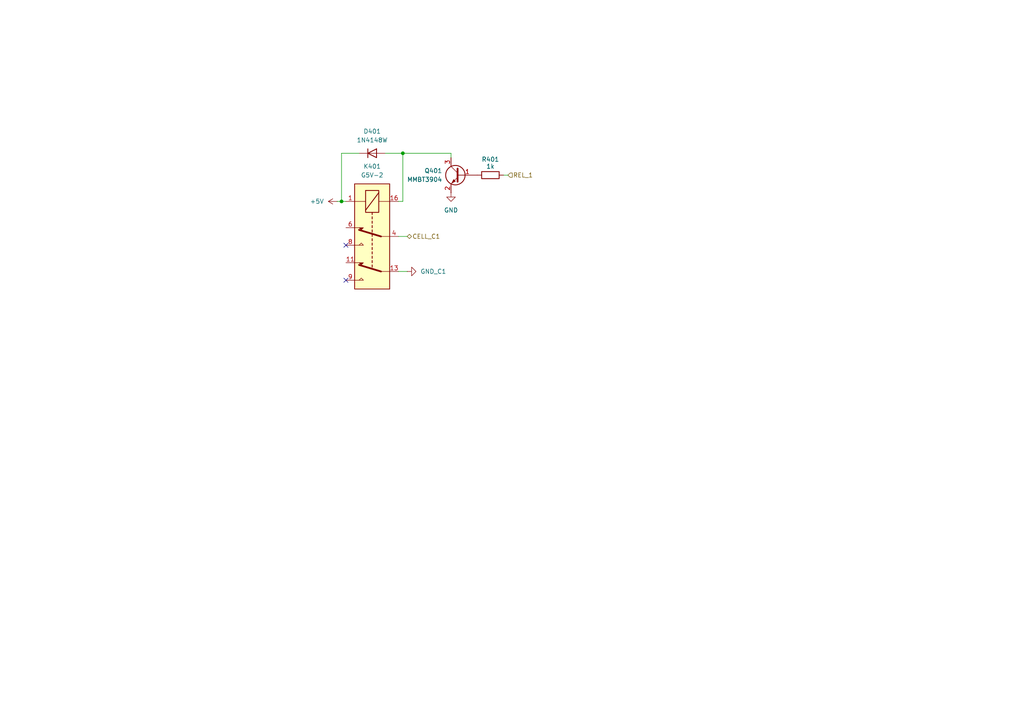
<source format=kicad_sch>
(kicad_sch (version 20231120) (generator "eeschema") (generator_version "8.0")
  (paper "A4")
  (lib_symbols
    (symbol "Device:R" (pin_numbers hide) (pin_names (offset 0))
      (property "Reference" "R" (at 2.032 0 90))
      (property "Value" "R" (at 0 0 90))
      (symbol "R_0_1"
        (rectangle (start -1.016 -2.54) (end 1.016 2.54) (stroke (width 0.254)))
      )
      (symbol "R_1_1"
        (pin passive line (at 0 3.81 270) (length 1.27) (name "~") (number "1"))
        (pin passive line (at 0 -3.81 90) (length 1.27) (name "~") (number "2"))
      )
    )
    (symbol "Diode:1N4148W" (pin_numbers hide) (pin_names hide)
      (property "Reference" "D" (at 0 2.54 0))
      (property "Value" "1N4148W" (at 0 -2.54 0))
      (symbol "1N4148W_0_1"
        (polyline (pts (xy -1.27 1.27) (xy -1.27 -1.27)) (stroke (width 0.254)))
        (polyline (pts (xy 1.27 0) (xy -1.27 0)))
        (polyline (pts (xy 1.27 1.27) (xy 1.27 -1.27) (xy -1.27 0) (xy 1.27 1.27)) (stroke (width 0.254)))
      )
      (symbol "1N4148W_1_1"
        (pin passive line (at -3.81 0 0) (length 2.54) (name "K") (number "1"))
        (pin passive line (at 3.81 0 180) (length 2.54) (name "A") (number "2"))
      )
    )
    (symbol "ETH1SBATT12:GND_C1" (power) (pin_numbers hide) (pin_names (offset 0) hide)
      (property "Value" "GND_C1" (at 0 -3.81 0))
      (symbol "GND_C1_0_1"
        (polyline (pts (xy 0 0) (xy 0 -1.27) (xy 1.27 -1.27) (xy 0 -2.54) (xy -1.27 -1.27) (xy 0 -1.27)))
      )
      (symbol "GND_C1_1_1"
        (pin power_in line (at 0 0 270) (length 0) (name "~") (number "1"))
      )
    )
    (symbol "Relay:G5V-2"
      (property "Reference" "K" (at 16.51 3.81 0))
      (property "Value" "G5V-2" (at 16.51 1.27 0))
      (symbol "G5V-2_0_1"
        (rectangle (start -15.24 5.08) (end 15.24 -5.08) (stroke (width 0.254)) (fill (type background)))
        (rectangle (start -13.335 1.905) (end -6.985 -1.905) (stroke (width 0.254)))
        (polyline (pts (xy -12.7 -1.905) (xy -7.62 1.905)) (stroke (width 0.254)))
        (polyline (pts (xy -10.16 -5.08) (xy -10.16 -1.905)))
        (polyline (pts (xy -10.16 5.08) (xy -10.16 1.905)))
        (polyline (pts (xy -6.985 0) (xy -6.35 0)) (stroke (width 0.254)))
        (polyline (pts (xy -5.715 0) (xy -5.08 0)) (stroke (width 0.254)))
        (polyline (pts (xy -4.445 0) (xy -3.81 0)) (stroke (width 0.254)))
        (polyline (pts (xy -3.175 0) (xy -2.54 0)) (stroke (width 0.254)))
        (polyline (pts (xy -1.905 0) (xy -1.27 0)) (stroke (width 0.254)))
        (polyline (pts (xy -0.635 0) (xy 0 0)) (stroke (width 0.254)))
        (polyline (pts (xy 0 -2.54) (xy -1.905 3.81)) (stroke (width 0.508)))
        (polyline (pts (xy 0 -2.54) (xy 0 -5.08)))
        (polyline (pts (xy 0.635 0) (xy 1.27 0)) (stroke (width 0.254)))
        (polyline (pts (xy 1.905 0) (xy 2.54 0)) (stroke (width 0.254)))
        (polyline (pts (xy 3.175 0) (xy 3.81 0)) (stroke (width 0.254)))
        (polyline (pts (xy 4.445 0) (xy 5.08 0)) (stroke (width 0.254)))
        (polyline (pts (xy 5.715 0) (xy 6.35 0)) (stroke (width 0.254)))
        (polyline (pts (xy 6.985 0) (xy 7.62 0)) (stroke (width 0.254)))
        (polyline (pts (xy 8.255 0) (xy 8.89 0)) (stroke (width 0.254)))
        (polyline (pts (xy 10.16 -2.54) (xy 8.255 3.81)) (stroke (width 0.508)))
        (polyline (pts (xy 10.16 -2.54) (xy 10.16 -5.08)))
        (polyline (pts (xy -2.54 5.08) (xy -2.54 2.54) (xy -1.905 3.175) (xy -2.54 3.81)) (fill (type outline)))
        (polyline (pts (xy 2.54 5.08) (xy 2.54 2.54) (xy 1.905 3.175) (xy 2.54 3.81)))
        (polyline (pts (xy 7.62 5.08) (xy 7.62 2.54) (xy 8.255 3.175) (xy 7.62 3.81)) (fill (type outline)))
        (polyline (pts (xy 12.7 5.08) (xy 12.7 2.54) (xy 12.065 3.175) (xy 12.7 3.81)))
      )
      (symbol "G5V-2_1_1"
        (pin passive line (at -10.16 7.62 270) (length 2.54) (name "~") (number "1"))
        (pin passive line (at 7.62 7.62 270) (length 2.54) (name "~") (number "11"))
        (pin passive line (at 10.16 -7.62 90) (length 2.54) (name "~") (number "13"))
        (pin passive line (at -10.16 -7.62 90) (length 2.54) (name "~") (number "16"))
        (pin passive line (at 0 -7.62 90) (length 2.54) (name "~") (number "4"))
        (pin passive line (at -2.54 7.62 270) (length 2.54) (name "~") (number "6"))
        (pin passive line (at 2.54 7.62 270) (length 2.54) (name "~") (number "8"))
        (pin passive line (at 12.7 7.62 270) (length 2.54) (name "~") (number "9"))
      )
    )
    (symbol "Transistor_BJT:MMBT3904" (pin_names (offset 0) hide)
      (property "Reference" "Q" (at 5.08 1.905 0))
      (property "Value" "MMBT3904" (at 5.08 0 0))
      (symbol "MMBT3904_0_1"
        (polyline (pts (xy 0.635 0.635) (xy 2.54 2.54)))
        (polyline (pts (xy 0.635 -0.635) (xy 2.54 -2.54) (xy 2.54 -2.54)))
        (polyline (pts (xy 0.635 1.905) (xy 0.635 -1.905) (xy 0.635 -1.905)) (stroke (width 0.508)))
        (polyline (pts (xy 1.27 -1.778) (xy 1.778 -1.27) (xy 2.286 -2.286) (xy 1.27 -1.778) (xy 1.27 -1.778)) (fill (type outline)))
        (circle (center 1.27 0) (radius 2.8194) (stroke (width 0.254)))
      )
      (symbol "MMBT3904_1_1"
        (pin input line (at -5.08 0 0) (length 5.715) (name "B") (number "1"))
        (pin passive line (at 2.54 -5.08 90) (length 2.54) (name "E") (number "2"))
        (pin passive line (at 2.54 5.08 270) (length 2.54) (name "C") (number "3"))
      )
    )
    (symbol "power:+5V" (power) (pin_numbers hide) (pin_names (offset 0) hide)
      (property "Value" "+5V" (at 0 3.556 0))
      (symbol "+5V_0_1"
        (polyline (pts (xy -0.762 1.27) (xy 0 2.54)))
        (polyline (pts (xy 0 0) (xy 0 2.54)))
        (polyline (pts (xy 0 2.54) (xy 0.762 1.27)))
      )
      (symbol "+5V_1_1"
        (pin power_in line (at 0 0 90) (length 0) (name "~") (number "1"))
      )
    )
    (symbol "power:GND" (power) (pin_numbers hide) (pin_names (offset 0) hide)
      (property "Value" "GND" (at 0 -3.81 0))
      (symbol "GND_0_1"
        (polyline (pts (xy 0 0) (xy 0 -1.27) (xy 1.27 -1.27) (xy 0 -2.54) (xy -1.27 -1.27) (xy 0 -1.27)))
      )
      (symbol "GND_1_1"
        (pin power_in line (at 0 0 270) (length 0) (name "~") (number "1"))
      )
    )
  )
  (junction (at 99.06 58.42))
  (junction (at 116.84 44.45))
  (no_connect (at 100.33 71.12))
  (no_connect (at 100.33 81.28))
  (wire (pts (xy 115.57 78.74) (xy 118.11 78.74)))
  (wire (pts (xy 100.33 58.42) (xy 99.06 58.42)))
  (wire (pts (xy 116.84 44.45) (xy 130.81 44.45)))
  (wire (pts (xy 130.81 44.45) (xy 130.81 45.72)))
  (wire (pts (xy 115.57 68.58) (xy 118.11 68.58)))
  (wire (pts (xy 146.05 50.8) (xy 147.32 50.8)))
  (wire (pts (xy 116.84 58.42) (xy 115.57 58.42)))
  (wire (pts (xy 116.84 44.45) (xy 116.84 58.42)))
  (wire (pts (xy 99.06 44.45) (xy 104.14 44.45)))
  (wire (pts (xy 111.76 44.45) (xy 116.84 44.45)))
  (wire (pts (xy 99.06 58.42) (xy 99.06 44.45)))
  (wire (pts (xy 99.06 58.42) (xy 97.79 58.42)))
  (hierarchical_label "REL_1" (shape input) (at 147.32 50.8 0))
  (hierarchical_label "CELL_C1" (shape bidirectional) (at 118.11 68.58 0))
  (symbol (lib_id "Device:R") (at 142.24 50.8 90) (unit 1)
    (property "Reference" "R401" (at 142.24 46.228 90))
    (property "Value" "1k" (at 142.24 48.26 90))
    (property "Footprint" "Resistor_SMD:R_0603_1608Metric_Pad0.98x0.95mm_HandSolder" (effects (hide yes)))
    (property "Description" "Resistor" (effects (hide yes)))
  )
  (symbol (lib_id "Transistor_BJT:MMBT3904") (at 133.35 50.8 0) (mirror y) (unit 1)
    (property "Reference" "Q401" (at 128.27 49.5299 0) (effects (justify left)))
    (property "Value" "MMBT3904" (at 128.27 52.0699 0) (effects (justify left)))
    (property "Footprint" "Package_TO_SOT_SMD:SOT-23" (effects (hide yes)))
    (property "Datasheet" "https://www.onsemi.com/pdf/datasheet/pzt3904-d.pdf" (effects (hide yes)))
    (property "Description" "0.2A Ic, 40V Vce, Small Signal NPN Transistor, SOT-23" (effects (hide yes)))
  )
  (symbol (lib_id "Diode:1N4148W") (at 107.95 44.45 0) (unit 1)
    (property "Reference" "D401" (at 107.95 38.1 0))
    (property "Value" "1N4148W" (at 107.95 40.64 0))
    (property "Footprint" "Diode_SMD:D_SOD-123" (effects (hide yes)))
    (property "Datasheet" "https://www.vishay.com/docs/85748/1n4148w.pdf" (effects (hide yes)))
    (property "Description" "75V 0.15A Fast Switching Diode, SOD-123" (effects (hide yes)))
    (property "Sim.Device" "D" (effects (hide yes)))
    (property "Sim.Pins" "1=K 2=A" (effects (hide yes)))
  )
  (symbol (lib_id "ETH1SBATT12:GND_C1") (at 118.11 78.74 90) (unit 1)
    (property "Reference" "#PWR0402" (effects (hide yes)))
    (property "Value" "GND_C1" (at 121.92 78.7399 90) (effects (justify right)))
    (property "Description" "Power symbol creates a global label with name \"GND\" , ground" (effects (hide yes)))
  )
  (symbol (lib_id "power:GND") (at 130.81 55.88 0) (unit 1)
    (property "Reference" "#PWR0403" (effects (hide yes)))
    (property "Value" "GND" (at 130.81 60.96 0))
    (property "Description" "Power symbol creates a global label with name \"GND\" , ground" (effects (hide yes)))
  )
  (symbol (lib_id "Relay:G5V-2") (at 107.95 68.58 90) (mirror x) (unit 1)
    (property "Reference" "K401" (at 107.95 48.26 90))
    (property "Value" "G5V-2" (at 107.95 50.8 90))
    (property "Footprint" "Relay_THT:Relay_DPDT_Omron_G5V-2" (effects (hide yes)))
    (property "Datasheet" "http://omronfs.omron.com/en_US/ecb/products/pdf/en-g5v_2.pdf" (effects (hide yes)))
    (property "Description" "Relay Miniature Omron DPDT" (effects (hide yes)))
  )
  (symbol (lib_id "power:+5V") (at 97.79 58.42 90) (mirror x) (unit 1)
    (property "Reference" "#PWR0401" (effects (hide yes)))
    (property "Value" "+5V" (at 93.98 58.4199 90) (effects (justify left)))
    (property "Description" "Power symbol creates a global label with name \"+5V\"" (effects (hide yes)))
  )
)
</source>
